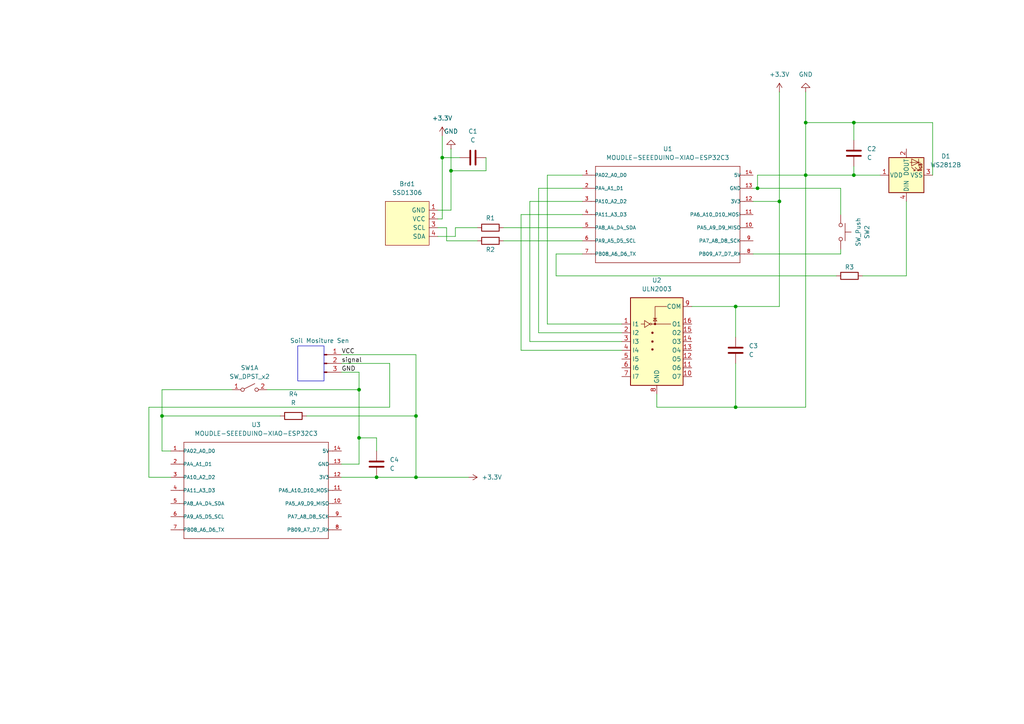
<source format=kicad_sch>
(kicad_sch (version 20231120) (generator "eeschema") (generator_version "8.0")
  (paper "A4")
  (lib_symbols
    (symbol "Connector:Conn_01x03_Pin" (pin_names (offset 1.016) hide)
      (property "Reference" "J" (at 0 5.08 0))
      (property "Value" "Conn_01x03_Pin" (at 0 -5.08 0))
      (symbol "Conn_01x03_Pin_1_1"
        (polyline (pts (xy 1.27 -2.54) (xy 0.8636 -2.54)) (stroke (width 0.1524)))
        (polyline (pts (xy 1.27 0) (xy 0.8636 0)) (stroke (width 0.1524)))
        (polyline (pts (xy 1.27 2.54) (xy 0.8636 2.54)) (stroke (width 0.1524)))
        (rectangle (start 0.8636 -2.413) (end 0 -2.667) (stroke (width 0.1524)) (fill (type outline)))
        (rectangle (start 0.8636 0.127) (end 0 -0.127) (stroke (width 0.1524)) (fill (type outline)))
        (rectangle (start 0.8636 2.667) (end 0 2.413) (stroke (width 0.1524)) (fill (type outline)))
        (pin passive line (at 5.08 2.54 180) (length 3.81) (name "Pin_1") (number "1"))
        (pin passive line (at 5.08 0 180) (length 3.81) (name "Pin_2") (number "2"))
        (pin passive line (at 5.08 -2.54 180) (length 3.81) (name "Pin_3") (number "3"))
      )
    )
    (symbol "Device:C" (pin_numbers hide) (pin_names (offset 0.254))
      (property "Reference" "C" (at 0.635 2.54 0))
      (property "Value" "C" (at 0.635 -2.54 0))
      (symbol "C_0_1"
        (polyline (pts (xy -2.032 -0.762) (xy 2.032 -0.762)) (stroke (width 0.508)))
        (polyline (pts (xy -2.032 0.762) (xy 2.032 0.762)) (stroke (width 0.508)))
      )
      (symbol "C_1_1"
        (pin passive line (at 0 3.81 270) (length 2.794) (name "~") (number "1"))
        (pin passive line (at 0 -3.81 90) (length 2.794) (name "~") (number "2"))
      )
    )
    (symbol "Device:R" (pin_numbers hide) (pin_names (offset 0))
      (property "Reference" "R" (at 2.032 0 90))
      (property "Value" "R" (at 0 0 90))
      (symbol "R_0_1"
        (rectangle (start -1.016 -2.54) (end 1.016 2.54) (stroke (width 0.254)))
      )
      (symbol "R_1_1"
        (pin passive line (at 0 3.81 270) (length 1.27) (name "~") (number "1"))
        (pin passive line (at 0 -3.81 90) (length 1.27) (name "~") (number "2"))
      )
    )
    (symbol "LED:WS2812B" (pin_names (offset 0.254))
      (property "Reference" "D" (at 5.08 5.715 0))
      (property "Value" "WS2812B" (at 1.27 -5.715 0))
      (symbol "WS2812B_0_0"
        (text "RGB" (at 2.286 -4.191 0) (effects (font (size 0.762 0.762))))
      )
      (symbol "WS2812B_0_1"
        (polyline (pts (xy 1.27 -3.556) (xy 1.778 -3.556)))
        (polyline (pts (xy 1.27 -2.54) (xy 1.778 -2.54)))
        (polyline (pts (xy 4.699 -3.556) (xy 2.667 -3.556)))
        (polyline (pts (xy 2.286 -2.54) (xy 1.27 -3.556) (xy 1.27 -3.048)))
        (polyline (pts (xy 2.286 -1.524) (xy 1.27 -2.54) (xy 1.27 -2.032)))
        (polyline (pts (xy 3.683 -1.016) (xy 3.683 -3.556) (xy 3.683 -4.064)))
        (polyline (pts (xy 4.699 -1.524) (xy 2.667 -1.524) (xy 3.683 -3.556) (xy 4.699 -1.524)))
        (rectangle (start 5.08 5.08) (end -5.08 -5.08) (stroke (width 0.254)) (fill (type background)))
      )
      (symbol "WS2812B_1_1"
        (pin power_in line (at 0 7.62 270) (length 2.54) (name "VDD") (number "1"))
        (pin output line (at 7.62 0 180) (length 2.54) (name "DOUT") (number "2"))
        (pin power_in line (at 0 -7.62 90) (length 2.54) (name "VSS") (number "3"))
        (pin input line (at -7.62 0 0) (length 2.54) (name "DIN") (number "4"))
      )
    )
    (symbol "SSD1306-128x64_OLED:SSD1306" (pin_names (offset 1.016))
      (property "Reference" "Brd" (at 0 -3.81 0))
      (property "Value" "SSD1306" (at 0 -1.27 0))
      (symbol "SSD1306_0_1"
        (rectangle (start -6.35 6.35) (end 6.35 -6.35) (fill (type background)))
      )
      (symbol "SSD1306_1_1"
        (pin input line (at -3.81 8.89 270) (length 2.54) (name "GND") (number "1"))
        (pin input line (at -1.27 8.89 270) (length 2.54) (name "VCC") (number "2"))
        (pin input line (at 1.27 8.89 270) (length 2.54) (name "SCL") (number "3"))
        (pin input line (at 3.81 8.89 270) (length 2.54) (name "SDA") (number "4"))
      )
    )
    (symbol "Switch:SW_DPST_x2" (pin_names (offset 0) hide)
      (property "Reference" "SW" (at 0 3.175 0))
      (property "Value" "SW_DPST_x2" (at 0 -2.54 0))
      (symbol "SW_DPST_x2_0_0"
        (circle (center -2.032 0) (radius 0.508))
        (polyline (pts (xy -1.524 0.254) (xy 1.524 1.778)))
        (circle (center 2.032 0) (radius 0.508))
      )
      (symbol "SW_DPST_x2_1_1"
        (pin passive line (at -5.08 0 0) (length 2.54) (name "A") (number "1"))
        (pin passive line (at 5.08 0 180) (length 2.54) (name "B") (number "2"))
      )
      (symbol "SW_DPST_x2_2_1"
        (pin passive line (at -5.08 0 0) (length 2.54) (name "A") (number "3"))
        (pin passive line (at 5.08 0 180) (length 2.54) (name "B") (number "4"))
      )
    )
    (symbol "Switch:SW_Push" (pin_numbers hide) (pin_names (offset 1.016) hide)
      (property "Reference" "SW" (at 1.27 2.54 0))
      (property "Value" "SW_Push" (at 0 -1.524 0))
      (symbol "SW_Push_0_1"
        (circle (center -2.032 0) (radius 0.508))
        (polyline (pts (xy 0 1.27) (xy 0 3.048)))
        (polyline (pts (xy 2.54 1.27) (xy -2.54 1.27)))
        (circle (center 2.032 0) (radius 0.508))
        (pin passive line (at -5.08 0 0) (length 2.54) (name "1") (number "1"))
        (pin passive line (at 5.08 0 180) (length 2.54) (name "2") (number "2"))
      )
    )
    (symbol "Transistor_Array:ULN2003"
      (property "Reference" "U" (at 0 15.875 0))
      (property "Value" "ULN2003" (at 0 13.97 0))
      (symbol "ULN2003_0_1"
        (rectangle (start -7.62 -12.7) (end 7.62 12.7) (stroke (width 0.254)) (fill (type background)))
        (circle (center -1.778 5.08) (radius 0.254))
        (circle (center -1.27 -2.286) (radius 0.254) (fill (type outline)))
        (circle (center -1.27 0) (radius 0.254) (fill (type outline)))
        (circle (center -1.27 2.54) (radius 0.254) (fill (type outline)))
        (circle (center -0.508 5.08) (radius 0.254) (fill (type outline)))
        (polyline (pts (xy -4.572 5.08) (xy -3.556 5.08)))
        (polyline (pts (xy -1.524 5.08) (xy 4.064 5.08)))
        (polyline (pts (xy 0 6.731) (xy -1.016 6.731)))
        (polyline (pts (xy -0.508 5.08) (xy -0.508 10.16) (xy 2.921 10.16)))
        (polyline (pts (xy -3.556 6.096) (xy -3.556 4.064) (xy -2.032 5.08) (xy -3.556 6.096)))
        (polyline (pts (xy 0 5.969) (xy -1.016 5.969) (xy -0.508 6.731) (xy 0 5.969)))
      )
      (symbol "ULN2003_1_1"
        (pin input line (at -10.16 5.08 0) (length 2.54) (name "I1") (number "1"))
        (pin open_collector line (at 10.16 -10.16 180) (length 2.54) (name "O7") (number "10"))
        (pin open_collector line (at 10.16 -7.62 180) (length 2.54) (name "O6") (number "11"))
        (pin open_collector line (at 10.16 -5.08 180) (length 2.54) (name "O5") (number "12"))
        (pin open_collector line (at 10.16 -2.54 180) (length 2.54) (name "O4") (number "13"))
        (pin open_collector line (at 10.16 0 180) (length 2.54) (name "O3") (number "14"))
        (pin open_collector line (at 10.16 2.54 180) (length 2.54) (name "O2") (number "15"))
        (pin open_collector line (at 10.16 5.08 180) (length 2.54) (name "O1") (number "16"))
        (pin input line (at -10.16 2.54 0) (length 2.54) (name "I2") (number "2"))
        (pin input line (at -10.16 0 0) (length 2.54) (name "I3") (number "3"))
        (pin input line (at -10.16 -2.54 0) (length 2.54) (name "I4") (number "4"))
        (pin input line (at -10.16 -5.08 0) (length 2.54) (name "I5") (number "5"))
        (pin input line (at -10.16 -7.62 0) (length 2.54) (name "I6") (number "6"))
        (pin input line (at -10.16 -10.16 0) (length 2.54) (name "I7") (number "7"))
        (pin power_in line (at 0 -15.24 90) (length 2.54) (name "GND") (number "8"))
        (pin passive line (at 10.16 10.16 180) (length 2.54) (name "COM") (number "9"))
      )
    )
    (symbol "XIAO_ESP32C3:MOUDLE-SEEEDUINO-XIAO-ESP32C3" (pin_names (offset 1.016))
      (property "Reference" "U" (at -21.59 15.24 0))
      (property "Value" "MOUDLE-SEEEDUINO-XIAO-ESP32C3" (at -21.59 13.97 0))
      (symbol "MOUDLE-SEEEDUINO-XIAO-ESP32C3_0_0"
        (polyline (pts (xy -21.59 -13.97) (xy -21.59 0)) (stroke (width 0.1524)))
        (polyline (pts (xy -21.59 -11.43) (xy -22.86 -11.43)) (stroke (width 0.1524)))
        (polyline (pts (xy -21.59 -7.62) (xy -22.86 -7.62)) (stroke (width 0.1524)))
        (polyline (pts (xy -21.59 -3.81) (xy -22.86 -3.81)) (stroke (width 0.1524)))
        (polyline (pts (xy -21.59 0) (xy -22.86 0)) (stroke (width 0.1524)))
        (polyline (pts (xy -21.59 0) (xy -21.59 3.81)) (stroke (width 0.1524)))
        (polyline (pts (xy -21.59 3.81) (xy -22.86 3.81)) (stroke (width 0.1524)))
        (polyline (pts (xy -21.59 3.81) (xy -21.59 7.62)) (stroke (width 0.1524)))
        (polyline (pts (xy -21.59 7.62) (xy -22.86 7.62)) (stroke (width 0.1524)))
        (polyline (pts (xy -21.59 7.62) (xy -21.59 11.43)) (stroke (width 0.1524)))
        (polyline (pts (xy -21.59 11.43) (xy -22.86 11.43)) (stroke (width 0.1524)))
        (polyline (pts (xy -21.59 11.43) (xy -21.59 13.97)) (stroke (width 0.1524)))
        (polyline (pts (xy -21.59 13.97) (xy 20.32 13.97)) (stroke (width 0.1524)))
        (polyline (pts (xy 20.32 -13.97) (xy -21.59 -13.97)) (stroke (width 0.1524)))
        (polyline (pts (xy 20.32 3.81) (xy 20.32 -13.97)) (stroke (width 0.1524)))
        (polyline (pts (xy 20.32 7.62) (xy 20.32 3.81)) (stroke (width 0.1524)))
        (polyline (pts (xy 20.32 11.43) (xy 20.32 7.62)) (stroke (width 0.1524)))
        (polyline (pts (xy 20.32 13.97) (xy 20.32 11.43)) (stroke (width 0.1524)))
        (polyline (pts (xy 21.59 -11.43) (xy 20.32 -11.43)) (stroke (width 0.1524)))
        (polyline (pts (xy 21.59 -7.62) (xy 20.32 -7.62)) (stroke (width 0.1524)))
        (polyline (pts (xy 21.59 -3.81) (xy 20.32 -3.81)) (stroke (width 0.1524)))
        (polyline (pts (xy 21.59 0) (xy 20.32 0)) (stroke (width 0.1524)))
        (polyline (pts (xy 21.59 3.81) (xy 20.32 3.81)) (stroke (width 0.1524)))
        (polyline (pts (xy 21.59 7.62) (xy 20.32 7.62)) (stroke (width 0.1524)))
        (polyline (pts (xy 21.59 11.43) (xy 20.32 11.43)) (stroke (width 0.1524)))
        (pin bidirectional line (at -25.4 11.43 0) (length 2.54) (name "PA02_A0_D0") (number "1"))
        (pin bidirectional line (at 24.13 -3.81 180) (length 2.54) (name "PA5_A9_D9_MISO") (number "10"))
        (pin bidirectional line (at 24.13 0 180) (length 2.54) (name "PA6_A10_D10_MOSI") (number "11"))
        (pin bidirectional line (at 24.13 3.81 180) (length 2.54) (name "3V3") (number "12"))
        (pin bidirectional line (at 24.13 7.62 180) (length 2.54) (name "GND") (number "13"))
        (pin bidirectional line (at 24.13 11.43 180) (length 2.54) (name "5V") (number "14"))
        (pin bidirectional line (at -25.4 7.62 0) (length 2.54) (name "PA4_A1_D1") (number "2"))
        (pin bidirectional line (at -25.4 3.81 0) (length 2.54) (name "PA10_A2_D2") (number "3"))
        (pin bidirectional line (at -25.4 0 0) (length 2.54) (name "PA11_A3_D3") (number "4"))
        (pin bidirectional line (at -25.4 -3.81 0) (length 2.54) (name "PA8_A4_D4_SDA") (number "5"))
        (pin bidirectional line (at -25.4 -7.62 0) (length 2.54) (name "PA9_A5_D5_SCL") (number "6"))
        (pin bidirectional line (at -25.4 -11.43 0) (length 2.54) (name "PB08_A6_D6_TX") (number "7"))
        (pin bidirectional line (at 24.13 -11.43 180) (length 2.54) (name "PB09_A7_D7_RX") (number "8"))
        (pin bidirectional line (at 24.13 -7.62 180) (length 2.54) (name "PA7_A8_D8_SCK") (number "9"))
      )
    )
    (symbol "power:+3.3V" (power) (pin_numbers hide) (pin_names (offset 0) hide)
      (property "Value" "+3.3V" (at 0 3.556 0))
      (symbol "+3.3V_0_1"
        (polyline (pts (xy -0.762 1.27) (xy 0 2.54)))
        (polyline (pts (xy 0 0) (xy 0 2.54)))
        (polyline (pts (xy 0 2.54) (xy 0.762 1.27)))
      )
      (symbol "+3.3V_1_1"
        (pin power_in line (at 0 0 90) (length 0) (name "~") (number "1"))
      )
    )
    (symbol "power:GND" (power) (pin_numbers hide) (pin_names (offset 0) hide)
      (property "Value" "GND" (at 0 -3.81 0))
      (symbol "GND_0_1"
        (polyline (pts (xy 0 0) (xy 0 -1.27) (xy 1.27 -1.27) (xy 0 -2.54) (xy -1.27 -1.27) (xy 0 -1.27)))
      )
      (symbol "GND_1_1"
        (pin power_in line (at 0 0 270) (length 0) (name "~") (number "1"))
      )
    )
  )
  (junction (at 104.14 127))
  (junction (at 109.22 138.43))
  (junction (at 128.27 45.72))
  (junction (at 46.99 120.65))
  (junction (at 104.14 113.03))
  (junction (at 213.36 118.11))
  (junction (at 247.65 35.56))
  (junction (at 120.65 120.65))
  (junction (at 247.65 50.8))
  (junction (at 226.06 58.42))
  (junction (at 213.36 88.9))
  (junction (at 120.65 138.43))
  (junction (at 233.68 50.8))
  (junction (at 233.68 35.56))
  (junction (at 130.81 49.53))
  (junction (at 219.71 54.61))
  (wire (pts (xy 213.36 105.41) (xy 213.36 118.11)))
  (wire (pts (xy 233.68 118.11) (xy 233.68 50.8)))
  (wire (pts (xy 151.13 62.23) (xy 168.91 62.23)))
  (wire (pts (xy 129.54 66.04) (xy 127 66.04)))
  (wire (pts (xy 99.06 138.43) (xy 109.22 138.43)))
  (wire (pts (xy 104.14 107.95) (xy 104.14 113.03)))
  (wire (pts (xy 213.36 97.79) (xy 213.36 88.9)))
  (wire (pts (xy 243.84 62.23) (xy 243.84 54.61)))
  (wire (pts (xy 104.14 127) (xy 104.14 134.62)))
  (wire (pts (xy 104.14 113.03) (xy 104.14 127)))
  (wire (pts (xy 200.66 88.9) (xy 213.36 88.9)))
  (wire (pts (xy 156.21 96.52) (xy 180.34 96.52)))
  (wire (pts (xy 161.29 73.66) (xy 168.91 73.66)))
  (wire (pts (xy 146.05 69.85) (xy 168.91 69.85)))
  (wire (pts (xy 43.18 118.11) (xy 113.03 118.11)))
  (wire (pts (xy 88.9 120.65) (xy 120.65 120.65)))
  (wire (pts (xy 132.08 68.58) (xy 127 68.58)))
  (wire (pts (xy 219.71 50.8) (xy 233.68 50.8)))
  (wire (pts (xy 190.5 114.3) (xy 190.5 118.11)))
  (wire (pts (xy 156.21 54.61) (xy 156.21 96.52)))
  (wire (pts (xy 43.18 118.11) (xy 43.18 138.43)))
  (wire (pts (xy 46.99 130.81) (xy 49.53 130.81)))
  (wire (pts (xy 128.27 39.37) (xy 128.27 45.72)))
  (wire (pts (xy 218.44 54.61) (xy 219.71 54.61)))
  (wire (pts (xy 46.99 113.03) (xy 67.31 113.03)))
  (wire (pts (xy 233.68 50.8) (xy 247.65 50.8)))
  (wire (pts (xy 153.67 99.06) (xy 180.34 99.06)))
  (wire (pts (xy 168.91 50.8) (xy 158.75 50.8)))
  (wire (pts (xy 218.44 73.66) (xy 243.84 73.66)))
  (wire (pts (xy 140.97 45.72) (xy 140.97 49.53)))
  (wire (pts (xy 219.71 54.61) (xy 219.71 50.8)))
  (wire (pts (xy 138.43 66.04) (xy 132.08 66.04)))
  (wire (pts (xy 151.13 101.6) (xy 180.34 101.6)))
  (wire (pts (xy 46.99 120.65) (xy 81.28 120.65)))
  (wire (pts (xy 109.22 138.43) (xy 120.65 138.43)))
  (wire (pts (xy 270.51 35.56) (xy 247.65 35.56)))
  (wire (pts (xy 270.51 50.8) (xy 270.51 35.56)))
  (wire (pts (xy 43.18 138.43) (xy 49.53 138.43)))
  (wire (pts (xy 109.22 127) (xy 104.14 127)))
  (wire (pts (xy 130.81 49.53) (xy 130.81 60.96)))
  (wire (pts (xy 168.91 58.42) (xy 153.67 58.42)))
  (wire (pts (xy 128.27 45.72) (xy 128.27 63.5)))
  (wire (pts (xy 109.22 130.81) (xy 109.22 127)))
  (wire (pts (xy 218.44 58.42) (xy 226.06 58.42)))
  (wire (pts (xy 130.81 43.18) (xy 130.81 49.53)))
  (wire (pts (xy 219.71 54.61) (xy 243.84 54.61)))
  (wire (pts (xy 161.29 73.66) (xy 161.29 80.01)))
  (wire (pts (xy 129.54 69.85) (xy 138.43 69.85)))
  (wire (pts (xy 247.65 35.56) (xy 247.65 40.64)))
  (wire (pts (xy 158.75 50.8) (xy 158.75 93.98)))
  (wire (pts (xy 77.47 113.03) (xy 104.14 113.03)))
  (wire (pts (xy 128.27 45.72) (xy 133.35 45.72)))
  (wire (pts (xy 128.27 63.5) (xy 127 63.5)))
  (wire (pts (xy 226.06 58.42) (xy 226.06 88.9)))
  (wire (pts (xy 226.06 26.67) (xy 226.06 58.42)))
  (wire (pts (xy 151.13 62.23) (xy 151.13 101.6)))
  (wire (pts (xy 46.99 120.65) (xy 46.99 130.81)))
  (wire (pts (xy 158.75 93.98) (xy 180.34 93.98)))
  (wire (pts (xy 161.29 80.01) (xy 242.57 80.01)))
  (wire (pts (xy 233.68 35.56) (xy 233.68 26.67)))
  (wire (pts (xy 262.89 80.01) (xy 262.89 58.42)))
  (wire (pts (xy 247.65 48.26) (xy 247.65 50.8)))
  (wire (pts (xy 120.65 138.43) (xy 135.89 138.43)))
  (wire (pts (xy 132.08 66.04) (xy 132.08 68.58)))
  (wire (pts (xy 146.05 66.04) (xy 168.91 66.04)))
  (wire (pts (xy 213.36 88.9) (xy 226.06 88.9)))
  (wire (pts (xy 153.67 58.42) (xy 153.67 99.06)))
  (wire (pts (xy 129.54 66.04) (xy 129.54 69.85)))
  (wire (pts (xy 140.97 49.53) (xy 130.81 49.53)))
  (wire (pts (xy 46.99 113.03) (xy 46.99 120.65)))
  (wire (pts (xy 255.27 50.8) (xy 247.65 50.8)))
  (wire (pts (xy 250.19 80.01) (xy 262.89 80.01)))
  (wire (pts (xy 213.36 118.11) (xy 233.68 118.11)))
  (wire (pts (xy 243.84 73.66) (xy 243.84 72.39)))
  (wire (pts (xy 120.65 120.65) (xy 120.65 138.43)))
  (wire (pts (xy 99.06 134.62) (xy 104.14 134.62)))
  (wire (pts (xy 247.65 35.56) (xy 233.68 35.56)))
  (wire (pts (xy 120.65 102.87) (xy 120.65 120.65)))
  (wire (pts (xy 233.68 50.8) (xy 233.68 35.56)))
  (wire (pts (xy 99.06 105.41) (xy 113.03 105.41)))
  (wire (pts (xy 104.14 107.95) (xy 99.06 107.95)))
  (wire (pts (xy 113.03 105.41) (xy 113.03 118.11)))
  (wire (pts (xy 168.91 54.61) (xy 156.21 54.61)))
  (wire (pts (xy 99.06 102.87) (xy 120.65 102.87)))
  (wire (pts (xy 127 60.96) (xy 130.81 60.96)))
  (wire (pts (xy 190.5 118.11) (xy 213.36 118.11)))
  (rectangle (start 86.36 100.33) (end 93.98 110.49))
  (label "GND" (at 99.06 107.95 0))
  (label "signal" (at 99.06 105.41 0))
  (label "VCC" (at 99.06 102.87 0))
  (symbol (lib_id "Connector:Conn_01x03_Pin") (at 93.98 105.41 0) (unit 1)
    (property "Reference" "J1" (effects (hide yes)))
    (property "Value" "Soil Mositure Sen" (at 92.71 98.806 0))
    (property "Description" "Generic connector, single row, 01x03, script generated" (effects (hide yes)))
  )
  (symbol (lib_id "Device:R") (at 246.38 80.01 90) (unit 1)
    (property "Reference" "R3" (at 246.38 77.47 90))
    (property "Value" "R" (effects (hide yes)))
    (property "Description" "Resistor" (effects (hide yes)))
  )
  (symbol (lib_id "Device:C") (at 137.16 45.72 90) (unit 1)
    (property "Reference" "C1" (at 137.16 38.1 90))
    (property "Value" "C" (at 137.16 40.64 90))
    (property "Description" "Unpolarized capacitor" (effects (hide yes)))
  )
  (symbol (lib_id "power:GND") (at 233.68 26.67 180) (unit 1)
    (property "Reference" "#PWR02" (effects (hide yes)))
    (property "Value" "GND" (at 233.68 21.59 0))
    (property "Description" "Power symbol creates a global label with name \"GND\" , ground" (effects (hide yes)))
  )
  (symbol (lib_id "LED:WS2812B") (at 262.89 50.8 90) (unit 1)
    (property "Reference" "D1" (at 274.32 45.3038 90))
    (property "Value" "WS2812B" (at 274.32 47.8438 90))
    (property "Footprint" "LED_SMD:LED_WS2812B_PLCC4_5.0x5.0mm_P3.2mm" (effects (hide yes)))
    (property "Datasheet" "https://cdn-shop.adafruit.com/datasheets/WS2812B.pdf" (effects (hide yes)))
    (property "Description" "RGB LED with integrated controller" (effects (hide yes)))
  )
  (symbol (lib_id "power:+3.3V") (at 135.89 138.43 270) (unit 1)
    (property "Reference" "#PWR05" (effects (hide yes)))
    (property "Value" "+3.3V" (at 139.7 138.4299 90) (effects (justify left)))
    (property "Description" "Power symbol creates a global label with name \"+3.3V\"" (effects (hide yes)))
  )
  (symbol (lib_id "power:GND") (at 130.81 43.18 180) (unit 1)
    (property "Reference" "#PWR04" (effects (hide yes)))
    (property "Value" "GND" (at 130.81 38.1 0))
    (property "Description" "Power symbol creates a global label with name \"GND\" , ground" (effects (hide yes)))
  )
  (symbol (lib_id "Device:R") (at 142.24 69.85 270) (unit 1)
    (property "Reference" "R2" (at 142.24 72.39 90))
    (property "Value" "R" (effects (hide yes)))
    (property "Description" "Resistor" (effects (hide yes)))
  )
  (symbol (lib_id "Switch:SW_Push") (at 243.84 67.31 270) (unit 1)
    (property "Reference" "SW2" (at 251.46 67.31 0))
    (property "Value" "SW_Push" (at 248.92 67.31 0))
    (property "Description" "Push button switch, generic, two pins" (effects (hide yes)))
  )
  (symbol (lib_id "Device:R") (at 142.24 66.04 90) (unit 1)
    (property "Reference" "R1" (at 142.24 63.246 90))
    (property "Value" "R" (effects (hide yes)))
    (property "Description" "Resistor" (effects (hide yes)))
  )
  (symbol (lib_id "XIAO_ESP32C3:MOUDLE-SEEEDUINO-XIAO-ESP32C3") (at 74.93 142.24 0) (unit 1)
    (property "Reference" "U3" (at 74.295 123.19 0))
    (property "Value" "MOUDLE-SEEEDUINO-XIAO-ESP32C3" (at 74.295 125.73 0))
    (property "Footprint" "MOUDLE14P-SMD-2.54-21X17.8MM" (effects (hide yes)))
  )
  (symbol (lib_id "power:+3.3V") (at 128.27 39.37 0) (unit 1)
    (property "Reference" "#PWR03" (effects (hide yes)))
    (property "Value" "+3.3V" (at 128.27 34.29 0))
    (property "Description" "Power symbol creates a global label with name \"+3.3V\"" (effects (hide yes)))
  )
  (symbol (lib_id "Device:C") (at 247.65 44.45 0) (unit 1)
    (property "Reference" "C2" (at 251.46 43.1799 0) (effects (justify left)))
    (property "Value" "C" (at 251.46 45.7199 0) (effects (justify left)))
    (property "Description" "Unpolarized capacitor" (effects (hide yes)))
  )
  (symbol (lib_id "Switch:SW_DPST_x2") (at 72.39 113.03 0) (unit 1)
    (property "Reference" "SW1" (at 72.39 106.68 0))
    (property "Value" "SW_DPST_x2" (at 72.39 109.22 0))
    (property "Description" "Single Pole Single Throw (SPST) switch, separate symbol" (effects (hide yes)))
  )
  (symbol (lib_id "XIAO_ESP32C3:MOUDLE-SEEEDUINO-XIAO-ESP32C3") (at 194.31 62.23 0) (unit 1)
    (property "Reference" "U1" (at 193.675 43.18 0))
    (property "Value" "MOUDLE-SEEEDUINO-XIAO-ESP32C3" (at 193.675 45.72 0))
    (property "Footprint" "MOUDLE14P-SMD-2.54-21X17.8MM" (effects (hide yes)))
  )
  (symbol (lib_id "Device:R") (at 85.09 120.65 90) (unit 1)
    (property "Reference" "R4" (at 85.09 114.3 90))
    (property "Value" "R" (at 85.09 116.84 90))
    (property "Description" "Resistor" (effects (hide yes)))
  )
  (symbol (lib_id "Device:C") (at 109.22 134.62 0) (unit 1)
    (property "Reference" "C4" (at 113.03 133.3499 0) (effects (justify left)))
    (property "Value" "C" (at 113.03 135.8899 0) (effects (justify left)))
    (property "Description" "Unpolarized capacitor" (effects (hide yes)))
  )
  (symbol (lib_id "Transistor_Array:ULN2003") (at 190.5 99.06 0) (unit 1)
    (property "Reference" "U2" (at 190.5 81.28 0))
    (property "Value" "ULN2003" (at 190.5 83.82 0))
    (property "Datasheet" "http://www.ti.com/lit/ds/symlink/uln2003a.pdf" (effects (hide yes)))
    (property "Description" "High Voltage, High Current Darlington Transistor Arrays, SOIC16/SOIC16W/DIP16/TSSOP16" (effects (hide yes)))
  )
  (symbol (lib_id "power:+3.3V") (at 226.06 26.67 0) (unit 1)
    (property "Reference" "#PWR01" (effects (hide yes)))
    (property "Value" "+3.3V" (at 226.06 21.59 0))
    (property "Description" "Power symbol creates a global label with name \"+3.3V\"" (effects (hide yes)))
  )
  (symbol (lib_id "SSD1306-128x64_OLED:SSD1306") (at 118.11 64.77 270) (unit 1)
    (property "Reference" "Brd1" (at 118.11 53.34 90))
    (property "Value" "SSD1306" (at 118.11 55.88 90))
    (property "Description" "SSD1306 OLED" (effects (hide yes)))
  )
  (symbol (lib_id "Device:C") (at 213.36 101.6 0) (unit 1)
    (property "Reference" "C3" (at 217.17 100.3299 0) (effects (justify left)))
    (property "Value" "C" (at 217.17 102.8699 0) (effects (justify left)))
    (property "Description" "Unpolarized capacitor" (effects (hide yes)))
  )
)
</source>
